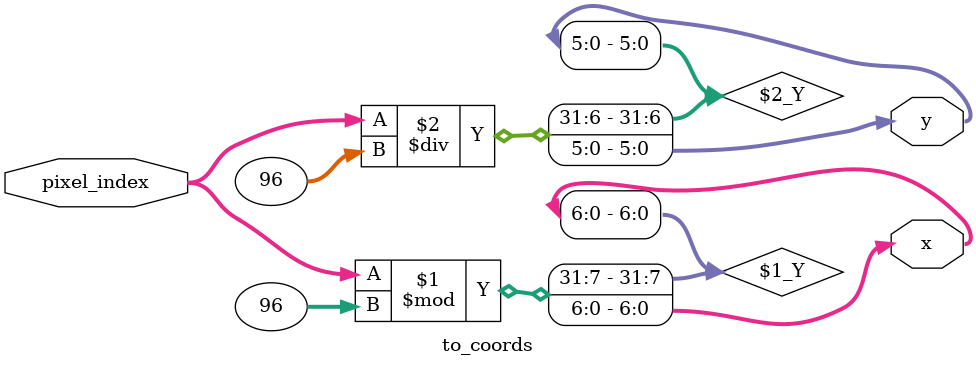
<source format=v>
`timescale 1ns / 1ps


module to_coords( input [12:0] pixel_index, output [6:0] x, output [5:0] y );

    assign x = pixel_index % 96;
    assign y = pixel_index / 96;

endmodule

</source>
